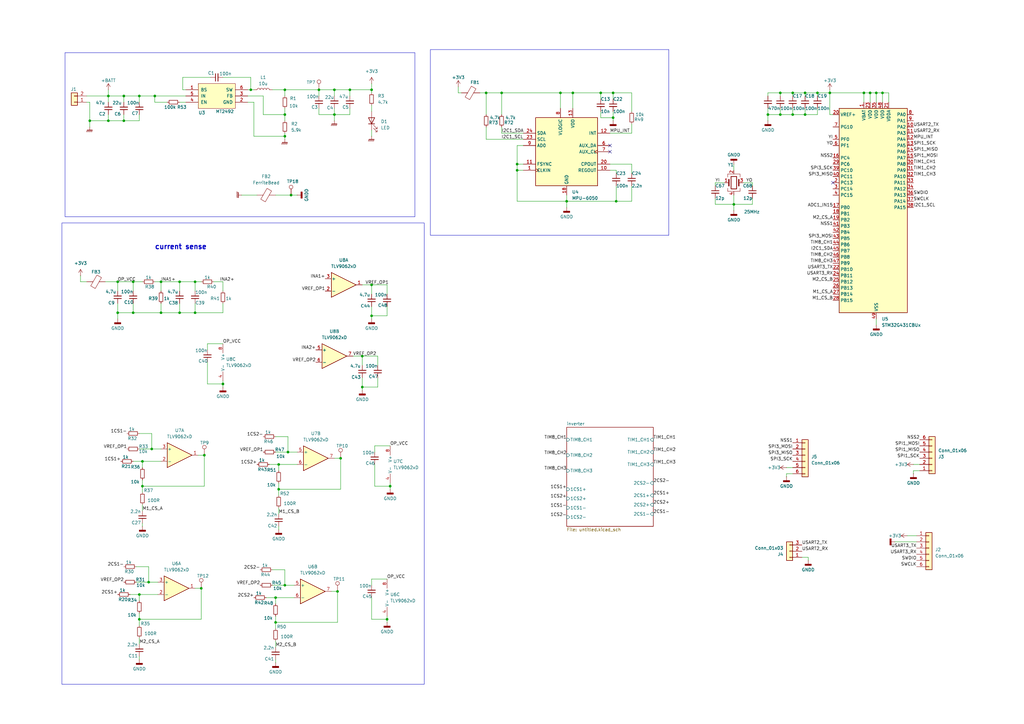
<source format=kicad_sch>
(kicad_sch (version 20231120) (generator "eeschema") (generator_version "8.0")
  (paper "A3")
  (title_block (title "bldc_controller") (date "2023-12-04"))
  (junction (at 82.55 241.3))
  (junction (at 57.15 39.37))
  (junction (at 113.03 245.11))
  (junction (at 158.75 254))
  (junction (at 116.84 55.88))
  (junction (at 359.41 38.1))
  (junction (at 137.16 46.99))
  (junction (at 152.4 116.84))
  (junction (at 199.39 38.1))
  (junction (at 57.15 243.84))
  (junction (at 44.45 39.37))
  (junction (at 314.96 46.99))
  (junction (at 80.01 128.27))
  (junction (at 139.7 187.96))
  (junction (at 102.87 36.83))
  (junction (at 152.4 129.54))
  (junction (at 73.66 115.57))
  (junction (at 143.51 36.83))
  (junction (at 116.84 240.03))
  (junction (at 118.11 185.42))
  (junction (at 335.28 38.1))
  (junction (at 325.12 46.99))
  (junction (at 251.46 38.1))
  (junction (at 50.8 39.37))
  (junction (at 48.26 115.57))
  (junction (at 66.04 128.27))
  (junction (at 66.04 115.57))
  (junction (at 212.09 69.85))
  (junction (at 212.09 67.31))
  (junction (at 73.66 128.27))
  (junction (at 62.23 184.15))
  (junction (at 58.42 199.39))
  (junction (at 232.41 82.55))
  (junction (at 361.95 38.1))
  (junction (at 330.2 38.1))
  (junction (at 50.8 49.53))
  (junction (at 116.84 46.99))
  (junction (at 234.95 38.1))
  (junction (at 119.38 80.01))
  (junction (at 113.03 255.27))
  (junction (at 130.81 36.83))
  (junction (at 48.26 128.27))
  (junction (at 356.87 38.1))
  (junction (at 137.16 36.83))
  (junction (at 300.99 83.82))
  (junction (at 138.43 242.57))
  (junction (at 320.04 38.1))
  (junction (at 205.74 38.1))
  (junction (at 114.3 200.66))
  (junction (at 63.5 39.37))
  (junction (at 54.61 128.27))
  (junction (at 325.12 38.1))
  (junction (at 54.61 115.57))
  (junction (at 57.15 254))
  (junction (at 246.38 38.1))
  (junction (at 320.04 46.99))
  (junction (at 252.73 82.55))
  (junction (at 148.59 158.75))
  (junction (at 91.44 157.48))
  (junction (at 58.42 189.23))
  (junction (at 44.45 49.53))
  (junction (at 354.33 38.1))
  (junction (at 60.96 238.76))
  (junction (at 152.4 36.83))
  (junction (at 160.02 199.39))
  (junction (at 116.84 36.83))
  (junction (at 340.36 38.1))
  (junction (at 251.46 48.26))
  (junction (at 114.3 190.5))
  (junction (at 80.01 115.57))
  (junction (at 36.83 49.53))
  (junction (at 330.2 46.99))
  (junction (at 148.59 146.05))
  (junction (at 229.87 38.1))
  (junction (at 83.82 186.69))
  (no_connect (at 250.19 62.23))
  (no_connect (at 341.63 74.93))
  (no_connect (at 250.19 59.69))
  (wire (pts (xy 54.61 124.46) (xy 54.61 128.27)))
  (wire (pts (xy 137.16 44.45) (xy 137.16 46.99)))
  (wire (pts (xy 54.61 128.27) (xy 48.26 128.27)))
  (wire (pts (xy 148.59 154.94) (xy 148.59 158.75)))
  (wire (pts (xy 48.26 128.27) (xy 48.26 130.81)))
  (wire (pts (xy 300.99 83.82) (xy 300.99 80.01)))
  (wire (pts (xy 107.95 39.37) (xy 101.6 39.37)))
  (wire (pts (xy 91.44 31.75) (xy 102.87 31.75)))
  (wire (pts (xy 116.84 46.99) (xy 107.95 46.99)))
  (wire (pts (xy 83.82 186.69) (xy 81.28 186.69)))
  (wire (pts (xy 66.04 128.27) (xy 73.66 128.27)))
  (wire (pts (xy 73.66 124.46) (xy 73.66 128.27)))
  (wire (pts (xy 54.61 115.57) (xy 58.42 115.57)))
  (wire (pts (xy 63.5 115.57) (xy 66.04 115.57)))
  (wire (pts (xy 35.56 39.37) (xy 44.45 39.37)))
  (wire (pts (xy 325.12 38.1) (xy 325.12 39.37)))
  (wire (pts (xy 158.75 237.49) (xy 152.4 237.49)))
  (wire (pts (xy 144.78 146.05) (xy 148.59 146.05)))
  (wire (pts (xy 320.04 39.37) (xy 320.04 38.1)))
  (wire (pts (xy 111.76 240.03) (xy 116.84 240.03)))
  (wire (pts (xy 154.94 154.94) (xy 154.94 158.75)))
  (wire (pts (xy 314.96 46.99) (xy 314.96 49.53)))
  (wire (pts (xy 372.11 219.71) (xy 375.92 219.71)))
  (wire (pts (xy 48.26 124.46) (xy 48.26 128.27)))
  (wire (pts (xy 111.76 233.68) (xy 116.84 233.68)))
  (wire (pts (xy 356.87 38.1) (xy 356.87 41.91)))
  (wire (pts (xy 148.59 116.84) (xy 152.4 116.84)))
  (wire (pts (xy 116.84 55.88) (xy 116.84 57.15)))
  (wire (pts (xy 187.96 38.1) (xy 189.23 38.1)))
  (wire (pts (xy 374.65 193.04) (xy 374.65 194.31)))
  (wire (pts (xy 57.15 39.37) (xy 63.5 39.37)))
  (wire (pts (xy 114.3 200.66) (xy 114.3 203.2)))
  (wire (pts (xy 214.63 69.85) (xy 212.09 69.85)))
  (wire (pts (xy 152.4 34.29) (xy 152.4 36.83)))
  (wire (pts (xy 158.75 254) (xy 158.75 255.27)))
  (wire (pts (xy 104.14 41.91) (xy 101.6 41.91)))
  (wire (pts (xy 152.4 53.34) (xy 152.4 55.88)))
  (wire (pts (xy 359.41 38.1) (xy 361.95 38.1)))
  (wire (pts (xy 114.3 200.66) (xy 139.7 200.66)))
  (wire (pts (xy 91.44 115.57) (xy 91.44 119.38)))
  (wire (pts (xy 58.42 199.39) (xy 83.82 199.39)))
  (wire (pts (xy 205.74 38.1) (xy 229.87 38.1)))
  (wire (pts (xy 196.85 38.1) (xy 199.39 38.1)))
  (wire (pts (xy 259.08 50.8) (xy 259.08 54.61)))
  (wire (pts (xy 57.15 243.84) (xy 64.77 243.84)))
  (wire (pts (xy 36.83 49.53) (xy 36.83 41.91)))
  (wire (pts (xy 354.33 38.1) (xy 356.87 38.1)))
  (wire (pts (xy 232.41 80.01) (xy 232.41 82.55)))
  (wire (pts (xy 130.81 44.45) (xy 130.81 46.99)))
  (wire (pts (xy 113.03 245.11) (xy 120.65 245.11)))
  (wire (pts (xy 328.93 228.6) (xy 331.47 228.6)))
  (wire (pts (xy 314.96 38.1) (xy 320.04 38.1)))
  (wire (pts (xy 138.43 255.27) (xy 138.43 242.57)))
  (wire (pts (xy 74.93 31.75) (xy 86.36 31.75)))
  (wire (pts (xy 205.74 54.61) (xy 214.63 54.61)))
  (wire (pts (xy 330.2 46.99) (xy 335.28 46.99)))
  (wire (pts (xy 314.96 46.99) (xy 320.04 46.99)))
  (wire (pts (xy 118.11 185.42) (xy 121.92 185.42)))
  (wire (pts (xy 57.15 254) (xy 57.15 256.54)))
  (wire (pts (xy 335.28 44.45) (xy 335.28 46.99)))
  (wire (pts (xy 53.34 243.84) (xy 57.15 243.84)))
  (wire (pts (xy 73.66 41.91) (xy 76.2 41.91)))
  (wire (pts (xy 85.09 140.97) (xy 85.09 143.51)))
  (wire (pts (xy 113.03 262.89) (xy 113.03 265.43)))
  (wire (pts (xy 232.41 82.55) (xy 232.41 85.09)))
  (wire (pts (xy 293.37 74.93) (xy 293.37 76.2)))
  (wire (pts (xy 340.36 46.99) (xy 341.63 46.99)))
  (wire (pts (xy 158.75 125.73) (xy 158.75 129.54)))
  (wire (pts (xy 57.15 41.91) (xy 57.15 39.37)))
  (wire (pts (xy 44.45 41.91) (xy 44.45 39.37)))
  (wire (pts (xy 314.96 39.37) (xy 314.96 38.1)))
  (wire (pts (xy 33.02 115.57) (xy 35.56 115.57)))
  (wire (pts (xy 322.58 191.77) (xy 325.12 191.77)))
  (wire (pts (xy 320.04 44.45) (xy 320.04 46.99)))
  (wire (pts (xy 308.61 81.28) (xy 308.61 83.82)))
  (wire (pts (xy 154.94 146.05) (xy 154.94 149.86)))
  (wire (pts (xy 74.93 31.75) (xy 74.93 36.83)))
  (wire (pts (xy 250.19 69.85) (xy 252.73 69.85)))
  (wire (pts (xy 62.23 177.8) (xy 62.23 184.15)))
  (wire (pts (xy 152.4 129.54) (xy 158.75 129.54)))
  (wire (pts (xy 116.84 54.61) (xy 116.84 55.88)))
  (wire (pts (xy 322.58 194.31) (xy 325.12 194.31)))
  (wire (pts (xy 36.83 41.91) (xy 35.56 41.91)))
  (wire (pts (xy 137.16 36.83) (xy 143.51 36.83)))
  (wire (pts (xy 335.28 38.1) (xy 335.28 39.37)))
  (wire (pts (xy 199.39 38.1) (xy 205.74 38.1)))
  (wire (pts (xy 330.2 44.45) (xy 330.2 46.99)))
  (wire (pts (xy 367.03 222.25) (xy 375.92 222.25)))
  (wire (pts (xy 44.45 36.83) (xy 44.45 39.37)))
  (wire (pts (xy 99.06 80.01) (xy 105.41 80.01)))
  (wire (pts (xy 354.33 38.1) (xy 354.33 41.91)))
  (wire (pts (xy 252.73 76.2) (xy 252.73 82.55)))
  (wire (pts (xy 374.65 190.5) (xy 377.19 190.5)))
  (wire (pts (xy 361.95 38.1) (xy 364.49 38.1)))
  (wire (pts (xy 36.83 52.07) (xy 36.83 49.53)))
  (wire (pts (xy 113.03 80.01) (xy 119.38 80.01)))
  (wire (pts (xy 113.03 252.73) (xy 113.03 255.27)))
  (wire (pts (xy 57.15 177.8) (xy 62.23 177.8)))
  (wire (pts (xy 148.59 146.05) (xy 148.59 149.86)))
  (wire (pts (xy 300.99 69.85) (xy 300.99 67.31)))
  (wire (pts (xy 359.41 130.81) (xy 359.41 133.35)))
  (wire (pts (xy 114.3 190.5) (xy 121.92 190.5)))
  (wire (pts (xy 114.3 190.5) (xy 114.3 193.04)))
  (wire (pts (xy 234.95 38.1) (xy 246.38 38.1)))
  (wire (pts (xy 229.87 38.1) (xy 234.95 38.1)))
  (wire (pts (xy 331.47 228.6) (xy 331.47 229.87)))
  (wire (pts (xy 304.8 74.93) (xy 308.61 74.93)))
  (wire (pts (xy 114.3 198.12) (xy 114.3 200.66)))
  (wire (pts (xy 73.66 115.57) (xy 80.01 115.57)))
  (wire (pts (xy 252.73 69.85) (xy 252.73 71.12)))
  (wire (pts (xy 102.87 36.83) (xy 104.14 36.83)))
  (wire (pts (xy 107.95 46.99) (xy 107.95 39.37)))
  (wire (pts (xy 102.87 36.83) (xy 101.6 36.83)))
  (wire (pts (xy 250.19 67.31) (xy 259.08 67.31)))
  (wire (pts (xy 143.51 44.45) (xy 143.51 46.99)))
  (wire (pts (xy 138.43 242.57) (xy 135.89 242.57)))
  (wire (pts (xy 66.04 115.57) (xy 66.04 119.38)))
  (wire (pts (xy 91.44 140.97) (xy 85.09 140.97)))
  (wire (pts (xy 137.16 46.99) (xy 137.16 49.53)))
  (wire (pts (xy 139.7 187.96) (xy 137.16 187.96)))
  (wire (pts (xy 48.26 115.57) (xy 48.26 119.38)))
  (wire (pts (xy 63.5 39.37) (xy 76.2 39.37)))
  (wire (pts (xy 293.37 81.28) (xy 293.37 83.82)))
  (wire (pts (xy 130.81 36.83) (xy 137.16 36.83)))
  (wire (pts (xy 143.51 39.37) (xy 143.51 36.83)))
  (wire (pts (xy 259.08 67.31) (xy 259.08 71.12)))
  (wire (pts (xy 116.84 240.03) (xy 120.65 240.03)))
  (wire (pts (xy 340.36 38.1) (xy 354.33 38.1)))
  (wire (pts (xy 54.61 189.23) (xy 58.42 189.23)))
  (wire (pts (xy 153.67 199.39) (xy 160.02 199.39)))
  (wire (pts (xy 80.01 124.46) (xy 80.01 128.27)))
  (wire (pts (xy 199.39 57.15) (xy 199.39 52.07)))
  (wire (pts (xy 57.15 243.84) (xy 57.15 246.38)))
  (wire (pts (xy 54.61 115.57) (xy 54.61 119.38)))
  (wire (pts (xy 116.84 36.83) (xy 130.81 36.83)))
  (wire (pts (xy 50.8 39.37) (xy 57.15 39.37)))
  (wire (pts (xy 113.03 270.51) (xy 113.03 271.78)))
  (wire (pts (xy 113.03 255.27) (xy 113.03 257.81)))
  (wire (pts (xy 320.04 46.99) (xy 325.12 46.99)))
  (wire (pts (xy 229.87 38.1) (xy 229.87 44.45)))
  (wire (pts (xy 44.45 46.99) (xy 44.45 49.53)))
  (wire (pts (xy 322.58 194.31) (xy 322.58 195.58)))
  (wire (pts (xy 152.4 125.73) (xy 152.4 129.54)))
  (wire (pts (xy 293.37 83.82) (xy 300.99 83.82)))
  (wire (pts (xy 340.36 36.83) (xy 340.36 38.1)))
  (wire (pts (xy 116.84 44.45) (xy 116.84 46.99)))
  (wire (pts (xy 82.55 241.3) (xy 80.01 241.3)))
  (wire (pts (xy 111.76 36.83) (xy 116.84 36.83)))
  (wire (pts (xy 58.42 214.63) (xy 58.42 215.9)))
  (wire (pts (xy 68.58 41.91) (xy 63.5 41.91)))
  (wire (pts (xy 259.08 38.1) (xy 251.46 38.1)))
  (wire (pts (xy 160.02 199.39) (xy 160.02 198.12)))
  (wire (pts (xy 246.38 38.1) (xy 251.46 38.1)))
  (wire (pts (xy 91.44 157.48) (xy 91.44 158.75)))
  (wire (pts (xy 36.83 49.53) (xy 44.45 49.53)))
  (wire (pts (xy 160.02 199.39) (xy 160.02 200.66)))
  (wire (pts (xy 62.23 184.15) (xy 66.04 184.15)))
  (wire (pts (xy 116.84 233.68) (xy 116.84 240.03)))
  (wire (pts (xy 82.55 254) (xy 82.55 241.3)))
  (wire (pts (xy 246.38 38.1) (xy 246.38 40.64)))
  (wire (pts (xy 139.7 200.66) (xy 139.7 187.96)))
  (wire (pts (xy 152.4 237.49) (xy 152.4 240.03)))
  (wire (pts (xy 212.09 69.85) (xy 212.09 82.55)))
  (wire (pts (xy 91.44 156.21) (xy 91.44 157.48)))
  (wire (pts (xy 83.82 199.39) (xy 83.82 186.69)))
  (wire (pts (xy 50.8 49.53) (xy 57.15 49.53)))
  (wire (pts (xy 361.95 38.1) (xy 361.95 41.91)))
  (wire (pts (xy 359.41 38.1) (xy 359.41 41.91)))
  (wire (pts (xy 74.93 36.83) (xy 76.2 36.83)))
  (wire (pts (xy 212.09 82.55) (xy 232.41 82.55)))
  (wire (pts (xy 158.75 116.84) (xy 158.75 120.65)))
  (wire (pts (xy 148.59 158.75) (xy 154.94 158.75)))
  (wire (pts (xy 152.4 129.54) (xy 152.4 130.81)))
  (wire (pts (xy 87.63 115.57) (xy 91.44 115.57)))
  (wire (pts (xy 116.84 55.88) (xy 104.14 55.88)))
  (wire (pts (xy 50.8 46.99) (xy 50.8 49.53)))
  (wire (pts (xy 85.09 148.59) (xy 85.09 157.48)))
  (wire (pts (xy 130.81 39.37) (xy 130.81 36.83)))
  (wire (pts (xy 234.95 38.1) (xy 234.95 44.45)))
  (wire (pts (xy 137.16 36.83) (xy 137.16 39.37)))
  (wire (pts (xy 212.09 67.31) (xy 212.09 69.85)))
  (wire (pts (xy 308.61 74.93) (xy 308.61 76.2)))
  (wire (pts (xy 113.03 255.27) (xy 138.43 255.27)))
  (wire (pts (xy 44.45 49.53) (xy 50.8 49.53)))
  (wire (pts (xy 314.96 44.45) (xy 314.96 46.99)))
  (wire (pts (xy 114.3 208.28) (xy 114.3 210.82)))
  (wire (pts (xy 114.3 215.9) (xy 114.3 217.17)))
  (wire (pts (xy 330.2 38.1) (xy 330.2 39.37)))
  (wire (pts (xy 57.15 251.46) (xy 57.15 254)))
  (wire (pts (xy 153.67 190.5) (xy 153.67 199.39)))
  (wire (pts (xy 325.12 38.1) (xy 330.2 38.1)))
  (wire (pts (xy 152.4 116.84) (xy 158.75 116.84)))
  (wire (pts (xy 137.16 46.99) (xy 143.51 46.99)))
  (wire (pts (xy 80.01 115.57) (xy 80.01 119.38)))
  (wire (pts (xy 50.8 41.91) (xy 50.8 39.37)))
  (wire (pts (xy 58.42 199.39) (xy 58.42 201.93)))
  (wire (pts (xy 66.04 124.46) (xy 66.04 128.27)))
  (wire (pts (xy 251.46 38.1) (xy 251.46 40.64)))
  (wire (pts (xy 57.15 184.15) (xy 62.23 184.15)))
  (wire (pts (xy 58.42 189.23) (xy 58.42 191.77)))
  (wire (pts (xy 340.36 38.1) (xy 340.36 46.99)))
  (wire (pts (xy 113.03 179.07) (xy 118.11 179.07)))
  (wire (pts (xy 55.88 238.76) (xy 60.96 238.76)))
  (wire (pts (xy 160.02 182.88) (xy 153.67 182.88)))
  (wire (pts (xy 57.15 269.24) (xy 57.15 270.51)))
  (wire (pts (xy 259.08 45.72) (xy 259.08 38.1)))
  (wire (pts (xy 251.46 45.72) (xy 251.46 48.26)))
  (wire (pts (xy 199.39 38.1) (xy 199.39 46.99)))
  (wire (pts (xy 252.73 82.55) (xy 232.41 82.55)))
  (wire (pts (xy 259.08 82.55) (xy 252.73 82.55)))
  (wire (pts (xy 152.4 116.84) (xy 152.4 120.65)))
  (wire (pts (xy 214.63 57.15) (xy 199.39 57.15)))
  (wire (pts (xy 187.96 35.56) (xy 187.96 38.1)))
  (wire (pts (xy 80.01 115.57) (xy 82.55 115.57)))
  (wire (pts (xy 55.88 232.41) (xy 60.96 232.41)))
  (wire (pts (xy 63.5 41.91) (xy 63.5 39.37)))
  (wire (pts (xy 66.04 115.57) (xy 73.66 115.57)))
  (wire (pts (xy 119.38 80.01) (xy 121.92 80.01)))
  (wire (pts (xy 152.4 245.11) (xy 152.4 254)))
  (wire (pts (xy 66.04 128.27) (xy 54.61 128.27)))
  (wire (pts (xy 205.74 52.07) (xy 205.74 54.61)))
  (wire (pts (xy 148.59 146.05) (xy 154.94 146.05)))
  (wire (pts (xy 57.15 261.62) (xy 57.15 264.16)))
  (wire (pts (xy 325.12 44.45) (xy 325.12 46.99)))
  (wire (pts (xy 330.2 38.1) (xy 335.28 38.1)))
  (wire (pts (xy 109.22 245.11) (xy 113.03 245.11)))
  (wire (pts (xy 153.67 182.88) (xy 153.67 185.42)))
  (wire (pts (xy 246.38 48.26) (xy 251.46 48.26)))
  (wire (pts (xy 152.4 36.83) (xy 152.4 38.1)))
  (wire (pts (xy 212.09 59.69) (xy 212.09 67.31)))
  (wire (pts (xy 58.42 207.01) (xy 58.42 209.55)))
  (wire (pts (xy 118.11 179.07) (xy 118.11 185.42)))
  (wire (pts (xy 104.14 55.88) (xy 104.14 41.91)))
  (wire (pts (xy 300.99 83.82) (xy 308.61 83.82)))
  (wire (pts (xy 148.59 158.75) (xy 148.59 160.02)))
  (wire (pts (xy 205.74 46.99) (xy 205.74 38.1)))
  (wire (pts (xy 152.4 254) (xy 158.75 254)))
  (wire (pts (xy 57.15 46.99) (xy 57.15 49.53)))
  (wire (pts (xy 91.44 128.27) (xy 80.01 128.27)))
  (wire (pts (xy 80.01 128.27) (xy 73.66 128.27)))
  (wire (pts (xy 364.49 38.1) (xy 364.49 41.91)))
  (wire (pts (xy 113.03 185.42) (xy 118.11 185.42)))
  (wire (pts (xy 43.18 115.57) (xy 48.26 115.57)))
  (wire (pts (xy 116.84 39.37) (xy 116.84 36.83)))
  (wire (pts (xy 158.75 254) (xy 158.75 252.73)))
  (wire (pts (xy 214.63 59.69) (xy 212.09 59.69)))
  (wire (pts (xy 246.38 45.72) (xy 246.38 48.26)))
  (wire (pts (xy 102.87 31.75) (xy 102.87 36.83)))
  (wire (pts (xy 335.28 38.1) (xy 340.36 38.1)))
  (wire (pts (xy 44.45 39.37) (xy 50.8 39.37)))
  (wire (pts (xy 297.18 74.93) (xy 293.37 74.93)))
  (wire (pts (xy 33.02 113.03) (xy 33.02 115.57)))
  (wire (pts (xy 57.15 254) (xy 82.55 254)))
  (wire (pts (xy 300.99 83.82) (xy 300.99 86.36)))
  (wire (pts (xy 251.46 48.26) (xy 251.46 49.53)))
  (wire (pts (xy 58.42 189.23) (xy 66.04 189.23)))
  (wire (pts (xy 130.81 46.99) (xy 137.16 46.99)))
  (wire (pts (xy 214.63 67.31) (xy 212.09 67.31)))
  (wire (pts (xy 113.03 245.11) (xy 113.03 247.65)))
  (wire (pts (xy 60.96 238.76) (xy 64.77 238.76)))
  (wire (pts (xy 259.08 54.61) (xy 250.19 54.61)))
  (wire (pts (xy 60.96 232.41) (xy 60.96 238.76)))
  (wire (pts (xy 374.65 193.04) (xy 377.19 193.04)))
  (wire (pts (xy 152.4 43.18) (xy 152.4 45.72)))
  (wire (pts (xy 58.42 196.85) (xy 58.42 199.39)))
  (wire (pts (xy 116.84 46.99) (xy 116.84 49.53)))
  (wire (pts (xy 325.12 46.99) (xy 330.2 46.99)))
  (wire (pts (xy 143.51 36.83) (xy 152.4 36.83)))
  (wire (pts (xy 54.61 115.57) (xy 48.26 115.57)))
  (wire (pts (xy 320.04 38.1) (xy 325.12 38.1)))
  (wire (pts (xy 356.87 38.1) (xy 359.41 38.1)))
  (wire (pts (xy 110.49 190.5) (xy 114.3 190.5)))
  (wire (pts (xy 85.09 157.48) (xy 91.44 157.48)))
  (wire (pts (xy 73.66 115.57) (xy 73.66 119.38)))
  (wire (pts (xy 91.44 124.46) (xy 91.44 128.27)))
  (wire (pts (xy 259.08 76.2) (xy 259.08 82.55)))
  (rectangle (start 25.4 91.44) (end 173.99 280.67))
  (rectangle (start 26.67 21.59) (end 170.18 88.9))
  (rectangle (start 176.53 20.32) (end 274.32 96.52))
  (text "current sense" (at 74.168 101.346 0) (effects (font (size 2.032 2.032) (thickness 0.4064) (bold yes))))
  (label "MPU_INT" (at 250.19 54.61 0))
  (label "2CS2-" (at 106.68 233.68 180))
  (label "TIM8_CH2" (at 341.63 105.41 180))
  (label "1CS2-" (at 107.95 179.07 180))
  (label "2CS1-" (at 50.8 232.41 180))
  (label "NSS2" (at 341.63 64.77 180))
  (label "1CS1-" (at 52.07 177.8 180))
  (label "SPI3_SCK" (at 341.63 69.85 180))
  (label "VREF_OP1" (at 133.35 119.38 180))
  (label "1CS2-" (at 232.41 212.09 180))
  (label "ADC1_IN15" (at 341.63 85.09 180))
  (label "INA2+" (at 90.17 115.57 0))
  (label "M1_CS_A" (at 341.63 120.65 180))
  (label "VREF_OP2" (at 50.8 238.76 180))
  (label "1CS2+" (at 232.41 204.47 180))
  (label "USART3_TX" (at 341.63 110.49 180))
  (label "YI" (at 341.63 57.15 180))
  (label "SPI1_SCK" (at 377.19 187.96 180))
  (label "M1_CS_B" (at 341.63 123.19 180))
  (label "NSS2" (at 377.19 180.34 180))
  (label "1CS1-" (at 232.41 208.28 180))
  (label "SPI3_MISO" (at 341.63 72.39 180))
  (label "VREF_OP1" (at 107.95 185.42 180))
  (label "SWCLK" (at 375.92 232.41 180))
  (label "TIM8_CH2" (at 232.41 186.69 180))
  (label "SPI1_MOSI" (at 377.19 182.88 180))
  (label "2CS2+" (at 267.97 207.01 0))
  (label "USART3_TX" (at 375.92 224.79 180))
  (label "NSS1" (at 341.63 92.71 180))
  (label "1CS1+" (at 232.41 200.66 180))
  (label "OP_VCC" (at 48.26 115.57 0))
  (label "M2_CS_A" (at 341.63 90.17 180))
  (label "TIM1_CH1" (at 374.65 67.31 0))
  (label "2CS1+" (at 267.97 203.2 0))
  (label "OP_VCC" (at 160.02 182.88 0))
  (label "SWDIO" (at 374.65 80.01 0))
  (label "USART2_RX" (at 328.93 226.06 0))
  (label "SPI1_SCK" (at 374.65 59.69 0))
  (label "M1_CS_B" (at 114.3 210.82 0))
  (label "VREF_OP2" (at 106.68 240.03 180))
  (label "SPI3_MOSI" (at 325.12 184.15 180))
  (label "NSS1" (at 325.12 181.61 180))
  (label "SWCLK" (at 374.65 82.55 0))
  (label "TIM1_CH1" (at 267.97 180.34 0))
  (label "2CS2+" (at 104.14 245.11 180))
  (label "TIM1_CH3" (at 374.65 72.39 0))
  (label "MPU_INT" (at 374.65 57.15 0))
  (label "INA1+" (at 66.04 115.57 0))
  (label "SWDIO" (at 375.92 229.87 180))
  (label "I2C1_SDA" (at 341.63 102.87 180))
  (label "VREF_OP1" (at 149.86 116.84 0))
  (label "TIM1_CH2" (at 267.97 185.42 0))
  (label "SPI1_MISO" (at 377.19 185.42 180))
  (label "M2_CS_B" (at 113.03 265.43 0))
  (label "TIM1_CH2" (at 374.65 69.85 0))
  (label "USART2_TX" (at 328.93 223.52 0))
  (label "USART3_RX" (at 341.63 113.03 180))
  (label "TIM8_CH3" (at 232.41 193.04 180))
  (label "SPI3_MISO" (at 325.12 186.69 180))
  (label "2CS1-" (at 267.97 210.82 0))
  (label "OP_VCC" (at 158.75 237.49 0))
  (label "YO" (at 308.61 74.93 180))
  (label "YI" (at 293.37 74.93 0))
  (label "M1_CS_A" (at 58.42 209.55 0))
  (label "SPI1_MOSI" (at 374.65 64.77 0))
  (label "YO" (at 341.63 59.69 180))
  (label "SPI3_MOSI" (at 341.63 97.79 180))
  (label "USART2_TX" (at 374.65 52.07 0))
  (label "TIM8_CH3" (at 341.63 107.95 180))
  (label "TIM8_CH1" (at 341.63 100.33 180))
  (label "I2C1_SCL" (at 374.65 85.09 0))
  (label "M2_CS_B" (at 341.63 115.57 180))
  (label "SPI3_SCK" (at 325.12 189.23 180))
  (label "VREF_OP1" (at 52.07 184.15 180))
  (label "TIM8_CH1" (at 232.41 180.34 180))
  (label "M2_CS_A" (at 57.15 264.16 0))
  (label "INA2+" (at 129.54 143.51 180))
  (label "2CS2-" (at 267.97 198.12 0))
  (label "VREF_OP2" (at 129.54 148.59 180))
  (label "2CS1+" (at 48.26 243.84 180))
  (label "I2C1_SDA" (at 205.74 54.61 0))
  (label "INA1+" (at 133.35 114.3 180))
  (label "TIM1_CH3" (at 267.97 190.5 0))
  (label "SPI1_MISO" (at 374.65 62.23 0))
  (label "I2C1_SCL" (at 214.63 57.15 180))
  (label "OP_VCC" (at 91.44 140.97 0))
  (label "VREF_OP2" (at 144.78 146.05 0))
  (label "1CS2+" (at 105.41 190.5 180))
  (label "1CS1+" (at 49.53 189.23 180))
  (label "USART3_RX" (at 375.92 227.33 180))
  (label "USART2_RX" (at 374.65 54.61 0))
  (symbol (lib_id "Device:C_Small") (at 158.75 123.19 180) (unit 1)
    (property "Reference" "C48" (at 156.972 125.222 0))
    (property "Value" "100n" (at 156.21 120.904 0))
    (property "Footprint" "Capacitor_SMD:C_0603_1608Metric_Pad1.08x0.95mm_HandSolder" (effects (hide yes)))
    (property "Description" "Unpolarized capacitor, small symbol" (effects (hide yes)))
  )
  (symbol (lib_id "Device:FerriteBead") (at 109.22 80.01 90) (unit 1)
    (property "Reference" "FB2" (at 109.1692 72.39 90))
    (property "Value" "FerriteBead" (at 109.1692 74.93 90))
    (property "Footprint" "Capacitor_SMD:C_1206_3216Metric_Pad1.33x1.80mm_HandSolder" (effects (hide yes)))
    (property "Description" "Ferrite bead" (effects (hide yes)))
  )
  (symbol (lib_id "power:GNDPWR") (at 137.16 49.53 0) (unit 1)
    (property "Reference" "#PWR04" (effects (hide yes)))
    (property "Value" "GNDPWR" (effects (hide yes)))
    (property "Description" "Power symbol creates a global label with name \"GNDPWR\" , global ground" (effects (hide yes)))
  )
  (symbol (lib_id "Connector_Generic:Conn_01x02") (at 30.48 41.91 180) (unit 1)
    (property "Reference" "J1" (at 30.226 36.576 0))
    (property "Value" "Conn_01x02" (effects (hide yes)))
    (property "Footprint" "balancerDriver:CONN-TH_XT30UPB-M" (effects (hide yes)))
    (property "Description" "Generic connector, single row, 01x02, script generated (kicad-library-utils/schlib/autogen/connector/)" (effects (hide yes)))
  )
  (symbol (lib_id "power:GNDD") (at 113.03 271.78 0) (unit 1)
    (property "Reference" "#PWR035" (effects (hide yes)))
    (property "Value" "GNDD" (at 113.03 275.59 0))
    (property "Description" "Power symbol creates a global label with name \"GNDD\" , digital ground" (effects (hide yes)))
  )
  (symbol (lib_id "Device:R_Small") (at 52.07 189.23 270) (unit 1)
    (property "Reference" "R21" (at 49.784 191.262 90) (effects (justify left)))
    (property "Value" "1k" (at 50.292 187.452 90) (effects (justify left)))
    (property "Footprint" "Resistor_SMD:R_0603_1608Metric_Pad0.98x0.95mm_HandSolder" (effects (hide yes)))
    (property "Description" "Resistor, small symbol" (effects (hide yes)))
  )
  (symbol (lib_id "power:GNDD") (at 322.58 195.58 0) (unit 1)
    (property "Reference" "#PWR018" (effects (hide yes)))
    (property "Value" "GNDD" (at 322.58 199.39 0))
    (property "Description" "Power symbol creates a global label with name \"GNDD\" , digital ground" (effects (hide yes)))
  )
  (symbol (lib_id "Device:C_Small") (at 114.3 213.36 180) (unit 1)
    (property "Reference" "C42" (at 111.76 215.646 0))
    (property "Value" "2.2n" (at 111.506 211.074 0))
    (property "Footprint" "Capacitor_SMD:C_0603_1608Metric_Pad1.08x0.95mm_HandSolder" (effects (hide yes)))
    (property "Description" "Unpolarized capacitor, small symbol" (effects (hide yes)))
  )
  (symbol (lib_id "Device:R_Small") (at 205.74 49.53 0) (unit 1)
    (property "Reference" "R72" (at 206.756 50.292 0) (effects (justify left)))
    (property "Value" "4.7k" (at 207.264 48.26 0) (effects (justify left)))
    (property "Footprint" "Resistor_SMD:R_0603_1608Metric_Pad0.98x0.95mm_HandSolder" (effects (hide yes)))
    (property "Description" "Resistor, small symbol" (effects (hide yes)))
  )
  (symbol (lib_id "power:GNDD") (at 58.42 215.9 0) (unit 1)
    (property "Reference" "#PWR026" (effects (hide yes)))
    (property "Value" "GNDD" (at 58.42 219.71 0))
    (property "Description" "Power symbol creates a global label with name \"GNDD\" , digital ground" (effects (hide yes)))
  )
  (symbol (lib_id "Connector_Generic:Conn_01x06") (at 330.2 186.69 0) (unit 1)
    (property "Reference" "J5" (at 332.74 187.325 0) (effects (justify left)))
    (property "Value" "Conn_01x06" (at 332.74 189.865 0) (effects (justify left)))
    (property "Footprint" "balancerDriver:CONN-SMD_6P-P1.00_MEGASTAR_ZX-SH1.0-6PWT" (effects (hide yes)))
    (property "Description" "Generic connector, single row, 01x06, script generated (kicad-library-utils/schlib/autogen/connector/)" (effects (hide yes)))
  )
  (symbol (lib_id "Device:C_Small") (at 58.42 212.09 180) (unit 1)
    (property "Reference" "C27" (at 55.88 214.376 0))
    (property "Value" "2.2n" (at 55.626 209.804 0))
    (property "Footprint" "Capacitor_SMD:C_0603_1608Metric_Pad1.08x0.95mm_HandSolder" (effects (hide yes)))
    (property "Description" "Unpolarized capacitor, small symbol" (effects (hide yes)))
  )
  (symbol (lib_id "Device:R_Small") (at 109.22 233.68 270) (unit 1)
    (property "Reference" "R44" (at 106.934 235.712 90) (effects (justify left)))
    (property "Value" "1k" (at 107.442 231.902 90) (effects (justify left)))
    (property "Footprint" "Resistor_SMD:R_0603_1608Metric_Pad0.98x0.95mm_HandSolder" (effects (hide yes)))
    (property "Description" "Resistor, small symbol" (effects (hide yes)))
  )
  (symbol (lib_id "Device:C_Small") (at 154.94 152.4 180) (unit 1)
    (property "Reference" "C47" (at 153.162 154.432 0))
    (property "Value" "100n" (at 152.4 150.114 0))
    (property "Footprint" "Capacitor_SMD:C_0603_1608Metric_Pad1.08x0.95mm_HandSolder" (effects (hide yes)))
    (property "Description" "Unpolarized capacitor, small symbol" (effects (hide yes)))
  )
  (symbol (lib_id "power:GNDD") (at 232.41 85.09 0) (unit 1)
    (property "Reference" "#PWR09" (effects (hide yes)))
    (property "Value" "GNDD" (at 232.41 88.9 0))
    (property "Description" "Power symbol creates a global label with name \"GNDD\" , digital ground" (effects (hide yes)))
  )
  (symbol (lib_id "Device:C_Small") (at 48.26 121.92 180) (unit 1)
    (property "Reference" "C9" (at 45.72 124.206 0))
    (property "Value" "4.7u" (at 45.466 119.634 0))
    (property "Footprint" "Capacitor_SMD:C_0603_1608Metric_Pad1.08x0.95mm_HandSolder" (effects (hide yes)))
    (property "Description" "Unpolarized capacitor, small symbol" (effects (hide yes)))
  )
  (symbol (lib_id "power:GNDPWR") (at 116.84 57.15 0) (unit 1)
    (property "Reference" "#PWR03" (effects (hide yes)))
    (property "Value" "GNDPWR" (effects (hide yes)))
    (property "Description" "Power symbol creates a global label with name \"GNDPWR\" , global ground" (effects (hide yes)))
  )
  (symbol (lib_id "Device:C_Small") (at 137.16 41.91 180) (unit 1)
    (property "Reference" "C4" (at 135.382 44.196 0))
    (property "Value" "22u" (at 135.128 39.878 0))
    (property "Footprint" "Capacitor_SMD:C_0805_2012Metric_Pad1.18x1.45mm_HandSolder" (effects (hide yes)))
    (property "Description" "Unpolarized capacitor, small symbol" (effects (hide yes)))
  )
  (symbol (lib_id "Amplifier_Operational:TLV9062xD") (at 137.16 146.05 0) (unit 2)
    (property "Reference" "U8" (at 137.16 135.89 0))
    (property "Value" "TLV9062xD" (at 137.16 138.43 0))
    (property "Footprint" "Package_SO:SOIC-8_3.9x4.9mm_P1.27mm" (effects (hide yes)))
    (property "Datasheet" "https://www.ti.com/lit/ds/symlink/tlv9062.pdf" (effects (hide yes)))
    (property "Description" "Dual operational amplifier, 300 uV Offset, SOIC-8" (effects (hide yes)))
  )
  (symbol (lib_id "Amplifier_Operational:TLV9062xD") (at 129.54 187.96 0) (unit 2)
    (property "Reference" "U7" (at 129.54 177.8 0))
    (property "Value" "TLV9062xD" (at 129.54 180.34 0))
    (property "Footprint" "Package_SO:SOIC-8_3.9x4.9mm_P1.27mm" (effects (hide yes)))
    (property "Datasheet" "https://www.ti.com/lit/ds/symlink/tlv9062.pdf" (effects (hide yes)))
    (property "Description" "Dual operational amplifier, 300 uV Offset, SOIC-8" (effects (hide yes)))
  )
  (symbol (lib_id "Device:R_Small") (at 57.15 259.08 0) (unit 1)
    (property "Reference" "R35" (at 57.658 255.778 0) (effects (justify left)))
    (property "Value" "100R" (at 59.182 259.842 0) (effects (justify left)))
    (property "Footprint" "Resistor_SMD:R_0603_1608Metric_Pad0.98x0.95mm_HandSolder" (effects (hide yes)))
    (property "Description" "Resistor, small symbol" (effects (hide yes)))
  )
  (symbol (lib_id "Device:C_Small") (at 50.8 44.45 180) (unit 1)
    (property "Reference" "C6" (at 48.26 46.736 0))
    (property "Value" "22u" (at 48.006 42.164 0))
    (property "Footprint" "Capacitor_SMD:C_0805_2012Metric_Pad1.18x1.45mm_HandSolder" (effects (hide yes)))
    (property "Description" "Unpolarized capacitor, small symbol" (effects (hide yes)))
  )
  (symbol (lib_id "Connector:TestPoint") (at 139.7 187.96 0) (unit 1)
    (property "Reference" "TP10" (at 137.922 182.88 0) (effects (justify left)))
    (property "Value" "TestPoint" (effects (hide yes)))
    (property "Footprint" "TestPoint:TestPoint_Pad_D1.0mm" (effects (hide yes)))
    (property "Description" "test point" (effects (hide yes)))
  )
  (symbol (lib_id "Device:R_Small") (at 54.61 184.15 270) (unit 1)
    (property "Reference" "R33" (at 56.896 183.134 90) (effects (justify left)))
    (property "Value" "10k" (at 56.896 185.166 90) (effects (justify left)))
    (property "Footprint" "Resistor_SMD:R_0603_1608Metric_Pad0.98x0.95mm_HandSolder" (effects (hide yes)))
    (property "Description" "Resistor, small symbol" (effects (hide yes)))
  )
  (symbol (lib_id "Device:C_Small") (at 152.4 242.57 180) (unit 1)
    (property "Reference" "C45" (at 150.622 244.602 0))
    (property "Value" "100n" (at 149.86 240.284 0))
    (property "Footprint" "Capacitor_SMD:C_0603_1608Metric_Pad1.08x0.95mm_HandSolder" (effects (hide yes)))
    (property "Description" "Unpolarized capacitor, small symbol" (effects (hide yes)))
  )
  (symbol (lib_id "Device:C_Small") (at 320.04 41.91 0) (unit 1)
    (property "Reference" "C20" (effects (hide yes)))
    (property "Value" "100n" (at 320.04 44.45 0) (effects (justify left)))
    (property "Footprint" "Capacitor_SMD:C_0603_1608Metric_Pad1.08x0.95mm_HandSolder" (effects (hide yes)))
    (property "Description" "Unpolarized capacitor, small symbol" (effects (hide yes)))
  )
  (symbol (lib_id "power:GNDD") (at 300.99 86.36 0) (unit 1)
    (property "Reference" "#PWR043" (effects (hide yes)))
    (property "Value" "GNDD" (at 300.99 90.17 0))
    (property "Description" "Power symbol creates a global label with name \"GNDD\" , digital ground" (effects (hide yes)))
  )
  (symbol (lib_id "Connector:TestPoint") (at 83.82 186.69 0) (unit 1)
    (property "Reference" "TP9" (at 82.042 181.61 0) (effects (justify left)))
    (property "Value" "TestPoint" (effects (hide yes)))
    (property "Footprint" "TestPoint:TestPoint_Pad_D1.0mm" (effects (hide yes)))
    (property "Description" "test point" (effects (hide yes)))
  )
  (symbol (lib_id "power:GNDD") (at 251.46 49.53 0) (unit 1)
    (property "Reference" "#PWR011" (effects (hide yes)))
    (property "Value" "GNDD" (effects (hide yes)))
    (property "Description" "Power symbol creates a global label with name \"GNDD\" , digital ground" (effects (hide yes)))
  )
  (symbol (lib_id "Amplifier_Operational:TLV9062xD") (at 128.27 242.57 0) (unit 2)
    (property "Reference" "U6" (at 128.27 232.41 0))
    (property "Value" "TLV9062xD" (at 128.27 234.95 0))
    (property "Footprint" "Package_SO:SOIC-8_3.9x4.9mm_P1.27mm" (effects (hide yes)))
    (property "Datasheet" "https://www.ti.com/lit/ds/symlink/tlv9062.pdf" (effects (hide yes)))
    (property "Description" "Dual operational amplifier, 300 uV Offset, SOIC-8" (effects (hide yes)))
  )
  (symbol (lib_id "Sensor_Motion:MPU-6050") (at 232.41 62.23 0) (unit 1)
    (property "Reference" "U4" (at 234.6041 78.74 0) (effects (justify left)))
    (property "Value" "MPU-6050" (at 234.6041 81.28 0) (effects (justify left)))
    (property "Footprint" "Sensor_Motion:InvenSense_QFN-24_4x4mm_P0.5mm" (effects (hide yes)))
    (property "Datasheet" "https://invensense.tdk.com/wp-content/uploads/2015/02/MPU-6000-Datasheet1.pdf" (effects (hide yes)))
    (property "Description" "InvenSense 6-Axis Motion Sensor, Gyroscope, Accelerometer, I2C" (effects (hide yes)))
  )
  (symbol (lib_id "power:GNDD") (at 121.92 80.01 90) (unit 1)
    (property "Reference" "#PWR057" (effects (hide yes)))
    (property "Value" "GNDD" (at 125.73 80.01 0))
    (property "Description" "Power symbol creates a global label with name \"GNDD\" , digital ground" (effects (hide yes)))
  )
  (symbol (lib_id "power:GNDD") (at 91.44 158.75 0) (unit 1)
    (property "Reference" "#PWR034" (effects (hide yes)))
    (property "Value" "GNDD" (at 91.44 162.56 0))
    (property "Description" "Power symbol creates a global label with name \"GNDD\" , digital ground" (effects (hide yes)))
  )
  (symbol (lib_id "power:+5V") (at 152.4 34.29 0) (unit 1)
    (property "Reference" "#PWR05" (effects (hide yes)))
    (property "Value" "+3V3" (at 152.4 29.21 0))
    (property "Description" "Power symbol creates a global label with name \"+5V\"" (effects (hide yes)))
  )
  (symbol (lib_id "Device:R_Small") (at 259.08 48.26 0) (unit 1)
    (property "Reference" "R49" (at 260.096 49.022 0) (effects (justify left)))
    (property "Value" "10k" (at 260.604 46.99 0) (effects (justify left)))
    (property "Footprint" "Resistor_SMD:R_0603_1608Metric_Pad0.98x0.95mm_HandSolder" (effects (hide yes)))
    (property "Description" "Resistor, small symbol" (effects (hide yes)))
  )
  (symbol (lib_id "Connector_Generic:Conn_01x06") (at 382.27 187.96 0) (mirror x) (unit 1)
    (property "Reference" "J3" (at 384.81 187.325 0) (effects (justify left)))
    (property "Value" "Conn_01x06" (at 384.81 184.785 0) (effects (justify left)))
    (property "Footprint" "balancerDriver:CONN-SMD_6P-P1.00_MEGASTAR_ZX-SH1.0-6PWT" (effects (hide yes)))
    (property "Description" "Generic connector, single row, 01x06, script generated (kicad-library-utils/schlib/autogen/connector/)" (effects (hide yes)))
  )
  (symbol (lib_id "Device:C_Small") (at 308.61 78.74 0) (mirror y) (unit 1)
    (property "Reference" "C68" (at 308.61 76.2 0) (effects (justify left)))
    (property "Value" "12p" (at 308.61 81.28 0) (effects (justify left)))
    (property "Footprint" "Capacitor_SMD:C_0603_1608Metric_Pad1.08x0.95mm_HandSolder" (effects (hide yes)))
    (property "Description" "Unpolarized capacitor, small symbol" (effects (hide yes)))
  )
  (symbol (lib_id "Amplifier_Operational:TLV9062xD") (at 91.44 148.59 0) (unit 3)
    (property "Reference" "U8" (at 92.71 147.3199 0) (effects (justify left)))
    (property "Value" "TLV9062xD" (at 92.71 149.8599 0) (effects (justify left)))
    (property "Footprint" "Package_SO:SOIC-8_3.9x4.9mm_P1.27mm" (effects (hide yes)))
    (property "Datasheet" "https://www.ti.com/lit/ds/symlink/tlv9062.pdf" (effects (hide yes)))
    (property "Description" "Dual operational amplifier, 300 uV Offset, SOIC-8" (effects (hide yes)))
  )
  (symbol (lib_id "Amplifier_Operational:TLV9062xD") (at 72.39 241.3 0) (unit 1)
    (property "Reference" "U6" (at 72.39 231.14 0))
    (property "Value" "TLV9062xD" (at 72.39 233.68 0))
    (property "Footprint" "Package_SO:SOIC-8_3.9x4.9mm_P1.27mm" (effects (hide yes)))
    (property "Datasheet" "https://www.ti.com/lit/ds/symlink/tlv9062.pdf" (effects (hide yes)))
    (property "Description" "Dual operational amplifier, 300 uV Offset, SOIC-8" (effects (hide yes)))
  )
  (symbol (lib_id "Device:R_Small") (at 53.34 238.76 270) (unit 1)
    (property "Reference" "R31" (at 55.626 237.744 90) (effects (justify left)))
    (property "Value" "10k" (at 55.88 240.03 90) (effects (justify left)))
    (property "Footprint" "Resistor_SMD:R_0603_1608Metric_Pad0.98x0.95mm_HandSolder" (effects (hide yes)))
    (property "Description" "Resistor, small symbol" (effects (hide yes)))
  )
  (symbol (lib_id "Device:R_Small") (at 109.22 240.03 270) (unit 1)
    (property "Reference" "R45" (at 111.506 239.014 90) (effects (justify left)))
    (property "Value" "10k" (at 112.014 241.3 90) (effects (justify left)))
    (property "Footprint" "Resistor_SMD:R_0603_1608Metric_Pad0.98x0.95mm_HandSolder" (effects (hide yes)))
    (property "Description" "Resistor, small symbol" (effects (hide yes)))
  )
  (symbol (lib_id "power:+BATT") (at 44.45 36.83 0) (unit 1)
    (property "Reference" "#PWR069" (effects (hide yes)))
    (property "Value" "+BATT" (at 44.45 33.02 0))
    (property "Description" "Power symbol creates a global label with name \"+BATT\"" (effects (hide yes)))
  )
  (symbol (lib_id "Device:C_Small") (at 259.08 73.66 0) (unit 1)
    (property "Reference" "C24" (at 259.08 71.12 0) (effects (justify left)))
    (property "Value" "2.2n" (at 259.08 76.2 0) (effects (justify left)))
    (property "Footprint" "Capacitor_SMD:C_0603_1608Metric_Pad1.08x0.95mm_HandSolder" (effects (hide yes)))
    (property "Description" "Unpolarized capacitor, small symbol" (effects (hide yes)))
  )
  (symbol (lib_name "+3V3_1") (lib_id "power:+3V3") (at 33.02 113.03 0) (unit 1)
    (property "Reference" "#PWR023" (effects (hide yes)))
    (property "Value" "+3V3" (at 33.02 107.95 0))
    (property "Description" "Power symbol creates a global label with name \"+3V3\"" (effects (hide yes)))
  )
  (symbol (lib_id "Amplifier_Operational:TLV9062xD") (at 73.66 186.69 0) (unit 1)
    (property "Reference" "U7" (at 73.66 176.53 0))
    (property "Value" "TLV9062xD" (at 73.66 179.07 0))
    (property "Footprint" "Package_SO:SOIC-8_3.9x4.9mm_P1.27mm" (effects (hide yes)))
    (property "Datasheet" "https://www.ti.com/lit/ds/symlink/tlv9062.pdf" (effects (hide yes)))
    (property "Description" "Dual operational amplifier, 300 uV Offset, SOIC-8" (effects (hide yes)))
  )
  (symbol (lib_id "power:GNDD") (at 367.03 222.25 270) (unit 1)
    (property "Reference" "#PWR012" (effects (hide yes)))
    (property "Value" "GNDD" (effects (hide yes)))
    (property "Description" "Power symbol creates a global label with name \"GNDD\" , digital ground" (effects (hide yes)))
  )
  (symbol (lib_id "Device:Crystal_GND24") (at 300.99 74.93 0) (unit 1)
    (property "Reference" "Y1" (at 299.72 67.564 0))
    (property "Value" "25MHz" (at 308.356 86.868 0))
    (property "Footprint" "Crystal:Crystal_SMD_SeikoEpson_FA238-4Pin_3.2x2.5mm" (effects (hide yes)))
    (property "Description" "Four pin crystal, GND on pins 2 and 4" (effects (hide yes)))
  )
  (symbol (lib_id "Device:R_Small") (at 116.84 52.07 0) (unit 1)
    (property "Reference" "R2" (at 119.38 50.7999 0) (effects (justify left)))
    (property "Value" "5.9k" (at 119.38 53.3399 0) (effects (justify left)))
    (property "Footprint" "Resistor_SMD:R_0603_1608Metric_Pad0.98x0.95mm_HandSolder" (effects (hide yes)))
    (property "Description" "Resistor, small symbol" (effects (hide yes)))
  )
  (symbol (lib_id "Device:C_Small") (at 153.67 187.96 180) (unit 1)
    (property "Reference" "C46" (at 151.892 189.992 0))
    (property "Value" "100n" (at 151.13 185.674 0))
    (property "Footprint" "Capacitor_SMD:C_0603_1608Metric_Pad1.08x0.95mm_HandSolder" (effects (hide yes)))
    (property "Description" "Unpolarized capacitor, small symbol" (effects (hide yes)))
  )
  (symbol (lib_id "power:GNDD") (at 114.3 217.17 0) (unit 1)
    (property "Reference" "#PWR037" (effects (hide yes)))
    (property "Value" "GNDD" (at 114.3 220.98 0))
    (property "Description" "Power symbol creates a global label with name \"GNDD\" , digital ground" (effects (hide yes)))
  )
  (symbol (lib_id "power:GNDD") (at 331.47 229.87 0) (unit 1)
    (property "Reference" "#PWR016" (effects (hide yes)))
    (property "Value" "GNDD" (at 331.47 233.68 0))
    (property "Description" "Power symbol creates a global label with name \"GNDD\" , digital ground" (effects (hide yes)))
  )
  (symbol (lib_id "power:GNDD") (at 148.59 160.02 0) (mirror y) (unit 1)
    (property "Reference" "#PWR038" (effects (hide yes)))
    (property "Value" "GNDD" (at 148.59 163.83 0))
    (property "Description" "Power symbol creates a global label with name \"GNDD\" , digital ground" (effects (hide yes)))
  )
  (symbol (lib_id "Device:C_Small") (at 88.9 31.75 90) (unit 1)
    (property "Reference" "C1" (at 86.614 29.972 90))
    (property "Value" "100n" (at 92.456 30.226 90))
    (property "Footprint" "Capacitor_SMD:C_0603_1608Metric_Pad1.08x0.95mm_HandSolder" (effects (hide yes)))
    (property "Description" "Unpolarized capacitor, small symbol" (effects (hide yes)))
  )
  (symbol (lib_id "power:+3V3") (at 340.36 36.83 0) (unit 1)
    (property "Reference" "#PWR044" (effects (hide yes)))
    (property "Value" "+3V3" (at 340.36 33.02 0))
    (property "Description" "Power symbol creates a global label with name \"+3V3\"" (effects (hide yes)))
  )
  (symbol (lib_id "bldcDriver:MT2492") (at 88.9 39.37 0) (mirror y) (unit 1)
    (property "Reference" "U3" (at 82.804 46.228 0))
    (property "Value" "MT2492" (at 92.202 45.72 0))
    (property "Footprint" "balancerDriver:SOT-23-6_L2.9-W1.6-P0.95-LS2.8-BL" (effects (hide yes)))
    (property "Datasheet" "http://www.szlcsc.com/product/details_90538.html" (effects (hide yes)))
    (property "Description" "C89358" (effects (hide yes)))
    (property "uuid" "std:d7ebaea8004a445f8f8996b52c2274bf" (effects (hide yes)))
  )
  (symbol (lib_id "Connector:TestPoint") (at 82.55 241.3 0) (unit 1)
    (property "Reference" "TP12" (at 80.772 236.22 0) (effects (justify left)))
    (property "Value" "TestPoint" (effects (hide yes)))
    (property "Footprint" "TestPoint:TestPoint_Pad_D1.0mm" (effects (hide yes)))
    (property "Description" "test point" (effects (hide yes)))
  )
  (symbol (lib_id "power:GNDPWR") (at 99.06 80.01 270) (unit 1)
    (property "Reference" "#PWR056" (effects (hide yes)))
    (property "Value" "GNDPWR" (effects (hide yes)))
    (property "Description" "Power symbol creates a global label with name \"GNDPWR\" , global ground" (effects (hide yes)))
  )
  (symbol (lib_id "power:GNDD") (at 359.41 133.35 0) (unit 1)
    (property "Reference" "#PWR045" (effects (hide yes)))
    (property "Value" "GNDD" (at 359.41 137.16 0))
    (property "Description" "Power symbol creates a global label with name \"GNDD\" , digital ground" (effects (hide yes)))
  )
  (symbol (lib_id "Device:R_Small") (at 57.15 248.92 0) (unit 1)
    (property "Reference" "R34" (at 52.324 246.126 0) (effects (justify left)))
    (property "Value" "10k" (at 52.324 252.222 0) (effects (justify left)))
    (property "Footprint" "Resistor_SMD:R_0603_1608Metric_Pad0.98x0.95mm_HandSolder" (effects (hide yes)))
    (property "Description" "Resistor, small symbol" (effects (hide yes)))
  )
  (symbol (lib_id "power:+3V3") (at 322.58 191.77 90) (unit 1)
    (property "Reference" "#PWR017" (effects (hide yes)))
    (property "Value" "+3V3" (at 317.5 191.77 90))
    (property "Description" "Power symbol creates a global label with name \"+3V3\"" (effects (hide yes)))
  )
  (symbol (lib_id "power:+3V3") (at 187.96 35.56 0) (unit 1)
    (property "Reference" "#PWR010" (effects (hide yes)))
    (property "Value" "+3V3" (at 187.96 31.75 0))
    (property "Description" "Power symbol creates a global label with name \"+3V3\"" (effects (hide yes)))
  )
  (symbol (lib_id "Device:C_Small") (at 251.46 43.18 0) (unit 1)
    (property "Reference" "C22" (at 251.46 40.64 0) (effects (justify left)))
    (property "Value" "100n" (at 251.46 45.72 0) (effects (justify left)))
    (property "Footprint" "Capacitor_SMD:C_0603_1608Metric_Pad1.08x0.95mm_HandSolder" (effects (hide yes)))
    (property "Description" "Unpolarized capacitor, small symbol" (effects (hide yes)))
  )
  (symbol (lib_id "Device:C_Small") (at 57.15 44.45 180) (unit 1)
    (property "Reference" "C7" (at 55.372 46.482 0))
    (property "Value" "100n" (at 54.61 42.164 0))
    (property "Footprint" "Capacitor_SMD:C_0603_1608Metric_Pad1.08x0.95mm_HandSolder" (effects (hide yes)))
    (property "Description" "Unpolarized capacitor, small symbol" (effects (hide yes)))
  )
  (symbol (lib_id "Device:R_Small") (at 113.03 250.19 0) (unit 1)
    (property "Reference" "R48" (at 108.204 247.396 0) (effects (justify left)))
    (property "Value" "10k" (at 108.204 253.492 0) (effects (justify left)))
    (property "Footprint" "Resistor_SMD:R_0603_1608Metric_Pad0.98x0.95mm_HandSolder" (effects (hide yes)))
    (property "Description" "Resistor, small symbol" (effects (hide yes)))
  )
  (symbol (lib_id "Device:C_Small") (at 113.03 267.97 180) (unit 1)
    (property "Reference" "C41" (at 110.49 270.256 0))
    (property "Value" "2.2n" (at 110.236 265.684 0))
    (property "Footprint" "Capacitor_SMD:C_0603_1608Metric_Pad1.08x0.95mm_HandSolder" (effects (hide yes)))
    (property "Description" "Unpolarized capacitor, small symbol" (effects (hide yes)))
  )
  (symbol (lib_id "Device:C_Small") (at 335.28 41.91 0) (unit 1)
    (property "Reference" "C19" (at 335.28 39.37 0) (effects (justify left)))
    (property "Value" "100n" (at 335.28 44.45 0) (effects (justify left)))
    (property "Footprint" "Capacitor_SMD:C_0603_1608Metric_Pad1.08x0.95mm_HandSolder" (effects (hide yes)))
    (property "Description" "Unpolarized capacitor, small symbol" (effects (hide yes)))
  )
  (symbol (lib_id "Connector:TestPoint") (at 119.38 80.01 0) (unit 1)
    (property "Reference" "TP18" (at 117.602 74.422 0) (effects (justify left)))
    (property "Value" "TestPoint" (effects (hide yes)))
    (property "Footprint" "TestPoint:TestPoint_Pad_D1.0mm" (effects (hide yes)))
    (property "Description" "test point" (effects (hide yes)))
  )
  (symbol (lib_id "power:GNDD") (at 158.75 255.27 0) (unit 1)
    (property "Reference" "#PWR040" (effects (hide yes)))
    (property "Value" "GNDD" (at 158.75 259.08 0))
    (property "Description" "Power symbol creates a global label with name \"GNDD\" , digital ground" (effects (hide yes)))
  )
  (symbol (lib_id "power:GNDPWR") (at 36.83 52.07 0) (unit 1)
    (property "Reference" "#PWR01" (effects (hide yes)))
    (property "Value" "GNDPWR" (effects (hide yes)))
    (property "Description" "Power symbol creates a global label with name \"GNDPWR\" , global ground" (effects (hide yes)))
  )
  (symbol (lib_id "Amplifier_Operational:TLV9062xD") (at 140.97 116.84 0) (unit 1)
    (property "Reference" "U8" (at 140.97 106.68 0))
    (property "Value" "TLV9062xD" (at 140.97 109.22 0))
    (property "Footprint" "Package_SO:SOIC-8_3.9x4.9mm_P1.27mm" (effects (hide yes)))
    (property "Datasheet" "https://www.ti.com/lit/ds/symlink/tlv9062.pdf" (effects (hide yes)))
    (property "Description" "Dual operational amplifier, 300 uV Offset, SOIC-8" (effects (hide yes)))
  )
  (symbol (lib_id "Connector_Generic:Conn_01x03") (at 323.85 226.06 180) (unit 1)
    (property "Reference" "J4" (at 321.31 227.3301 0) (effects (justify left)))
    (property "Value" "Conn_01x03" (at 321.31 224.7901 0) (effects (justify left)))
    (property "Footprint" "balancerDriver:CONN-SMD_3P-P1.00_WAFER-SH1.0-3PWB" (effects (hide yes)))
    (property "Description" "Generic connector, single row, 01x03, script generated (kicad-library-utils/schlib/autogen/connector/)" (effects (hide yes)))
  )
  (symbol (lib_id "Device:C_Small") (at 44.45 44.45 180) (unit 1)
    (property "Reference" "C2" (at 41.91 46.736 0))
    (property "Value" "47u" (at 41.148 42.164 0))
    (property "Footprint" "Capacitor_SMD:C_1206_3216Metric_Pad1.33x1.80mm_HandSolder" (effects (hide yes)))
    (property "Description" "Unpolarized capacitor, small symbol" (effects (hide yes)))
  )
  (symbol (lib_id "Device:R_Small") (at 58.42 194.31 0) (unit 1)
    (property "Reference" "R36" (at 53.594 191.516 0) (effects (justify left)))
    (property "Value" "10k" (at 53.594 197.612 0) (effects (justify left)))
    (property "Footprint" "Resistor_SMD:R_0603_1608Metric_Pad0.98x0.95mm_HandSolder" (effects (hide yes)))
    (property "Description" "Resistor, small symbol" (effects (hide yes)))
  )
  (symbol (lib_id "Device:C_Small") (at 57.15 266.7 180) (unit 1)
    (property "Reference" "C11" (at 54.61 268.986 0))
    (property "Value" "2.2n" (at 54.356 264.414 0))
    (property "Footprint" "Capacitor_SMD:C_0603_1608Metric_Pad1.08x0.95mm_HandSolder" (effects (hide yes)))
    (property "Description" "Unpolarized capacitor, small symbol" (effects (hide yes)))
  )
  (symbol (lib_id "Device:L") (at 107.95 36.83 90) (unit 1)
    (property "Reference" "L1" (at 107.95 31.75 90))
    (property "Value" "10u" (at 107.95 34.29 90))
    (property "Footprint" "Inductor_SMD:L_Taiyo-Yuden_NR-40xx_HandSoldering" (effects (hide yes)))
    (property "Description" "Inductor" (effects (hide yes)))
  )
  (symbol (lib_id "Device:R_Small") (at 114.3 195.58 0) (unit 1)
    (property "Reference" "R51" (at 109.474 192.786 0) (effects (justify left)))
    (property "Value" "10k" (at 109.474 198.882 0) (effects (justify left)))
    (property "Footprint" "Resistor_SMD:R_0603_1608Metric_Pad0.98x0.95mm_HandSolder" (effects (hide yes)))
    (property "Description" "Resistor, small symbol" (effects (hide yes)))
  )
  (symbol (lib_id "Device:R_Small") (at 106.68 245.11 270) (unit 1)
    (property "Reference" "R42" (at 104.394 247.142 90) (effects (justify left)))
    (property "Value" "1k" (at 104.902 243.332 90) (effects (justify left)))
    (property "Footprint" "Resistor_SMD:R_0603_1608Metric_Pad0.98x0.95mm_HandSolder" (effects (hide yes)))
    (property "Description" "Resistor, small symbol" (effects (hide yes)))
  )
  (symbol (lib_id "power:GNDD") (at 152.4 130.81 0) (mirror y) (unit 1)
    (property "Reference" "#PWR039" (effects (hide yes)))
    (property "Value" "GNDD" (at 152.4 134.62 0))
    (property "Description" "Power symbol creates a global label with name \"GNDD\" , digital ground" (effects (hide yes)))
  )
  (symbol (lib_id "MCU_ST_STM32G4:STM32G431CBUx") (at 356.87 87.63 0) (unit 1)
    (property "Reference" "U5" (at 361.6041 130.81 0) (effects (justify left)))
    (property "Value" "STM32G431CBUx" (at 361.6041 133.35 0) (effects (justify left)))
    (property "Footprint" "Package_DFN_QFN:QFN-48-1EP_7x7mm_P0.5mm_EP5.6x5.6mm" (effects (hide yes)))
    (property "Datasheet" "https://www.st.com/resource/en/datasheet/stm32g431cb.pdf" (effects (hide yes)))
    (property "Description" "STMicroelectronics Arm Cortex-M4 MCU, 128KB flash, 32KB RAM, 170 MHz, 1.71-3.6V, 42 GPIO, UFQFPN48" (effects (hide yes)))
  )
  (symbol (lib_id "Device:R_Small") (at 110.49 179.07 270) (unit 1)
    (property "Reference" "R46" (at 108.204 181.102 90) (effects (justify left)))
    (property "Value" "1k" (at 108.712 177.292 90) (effects (justify left)))
    (property "Footprint" "Resistor_SMD:R_0603_1608Metric_Pad0.98x0.95mm_HandSolder" (effects (hide yes)))
    (property "Description" "Resistor, small symbol" (effects (hide yes)))
  )
  (symbol (lib_id "Connector:TestPoint") (at 130.81 36.83 0) (unit 1)
    (property "Reference" "TP7" (at 125.73 33.782 0) (effects (justify left)))
    (property "Value" "TestPoint" (effects (hide yes)))
    (property "Footprint" "TestPoint:TestPoint_Pad_D1.0mm" (effects (hide yes)))
    (property "Description" "test point" (effects (hide yes)))
  )
  (symbol (lib_id "Device:R_Small") (at 53.34 232.41 270) (unit 1)
    (property "Reference" "R30" (at 51.054 234.442 90) (effects (justify left)))
    (property "Value" "1k" (at 51.562 230.632 90) (effects (justify left)))
    (property "Footprint" "Resistor_SMD:R_0603_1608Metric_Pad0.98x0.95mm_HandSolder" (effects (hide yes)))
    (property "Description" "Resistor, small symbol" (effects (hide yes)))
  )
  (symbol (lib_id "Device:FerriteBead") (at 39.37 115.57 270) (unit 1)
    (property "Reference" "FB3" (at 39.37 111.506 90))
    (property "Value" "FerriteBead" (effects (hide yes)))
    (property "Footprint" "Capacitor_SMD:C_0603_1608Metric_Pad1.08x0.95mm_HandSolder" (effects (hide yes)))
    (property "Description" "Ferrite bead" (effects (hide yes)))
  )
  (symbol (lib_id "Device:R_Small") (at 116.84 41.91 0) (unit 1)
    (property "Reference" "R1" (at 118.872 40.386 0) (effects (justify left)))
    (property "Value" "10k" (at 118.618 43.434 0) (effects (justify left)))
    (property "Footprint" "Resistor_SMD:R_0603_1608Metric_Pad0.98x0.95mm_HandSolder" (effects (hide yes)))
    (property "Description" "Resistor, small symbol" (effects (hide yes)))
  )
  (symbol (lib_id "Device:C_Small") (at 80.01 121.92 180) (unit 1)
    (property "Reference" "C39" (at 82.042 124.206 0))
    (property "Value" "100n" (at 82.55 119.888 0))
    (property "Footprint" "Capacitor_SMD:C_0603_1608Metric_Pad1.08x0.95mm_HandSolder" (effects (hide yes)))
    (property "Description" "Unpolarized capacitor, small symbol" (effects (hide yes)))
  )
  (symbol (lib_id "Device:R_Small") (at 199.39 49.53 0) (unit 1)
    (property "Reference" "R73" (at 200.406 50.292 0) (effects (justify left)))
    (property "Value" "4.7k" (at 200.914 48.26 0) (effects (justify left)))
    (property "Footprint" "Resistor_SMD:R_0603_1608Metric_Pad0.98x0.95mm_HandSolder" (effects (hide yes)))
    (property "Description" "Resistor, small symbol" (effects (hide yes)))
  )
  (symbol (lib_id "power:GNDD") (at 160.02 200.66 0) (unit 1)
    (property "Reference" "#PWR041" (effects (hide yes)))
    (property "Value" "GNDD" (at 160.02 204.47 0))
    (property "Description" "Power symbol creates a global label with name \"GNDD\" , digital ground" (effects (hide yes)))
  )
  (symbol (lib_id "Device:R_Small") (at 114.3 205.74 0) (unit 1)
    (property "Reference" "R52" (at 114.808 202.438 0) (effects (justify left)))
    (property "Value" "100R" (at 116.332 206.502 0) (effects (justify left)))
    (property "Footprint" "Resistor_SMD:R_0603_1608Metric_Pad0.98x0.95mm_HandSolder" (effects (hide yes)))
    (property "Description" "Resistor, small symbol" (effects (hide yes)))
  )
  (symbol (lib_id "Device:R_Small") (at 152.4 40.64 0) (unit 1)
    (property "Reference" "R3" (at 154.94 39.3699 0) (effects (justify left)))
    (property "Value" "4.7k" (at 154.94 41.9099 0) (effects (justify left)))
    (property "Footprint" "Resistor_SMD:R_0603_1608Metric_Pad0.98x0.95mm_HandSolder" (effects (hide yes)))
    (property "Description" "Resistor, small symbol" (effects (hide yes)))
  )
  (symbol (lib_id "Device:LED") (at 152.4 49.53 90) (unit 1)
    (property "Reference" "D1" (at 156.21 49.8474 90) (effects (justify right)))
    (property "Value" "LED" (at 156.21 52.3874 90) (effects (justify right)))
    (property "Footprint" "LED_SMD:LED_0603_1608Metric_Pad1.05x0.95mm_HandSolder" (effects (hide yes)))
    (property "Description" "Light emitting diode" (effects (hide yes)))
  )
  (symbol (lib_id "power:GNDPWR") (at 152.4 55.88 0) (unit 1)
    (property "Reference" "#PWR02" (effects (hide yes)))
    (property "Value" "GNDPWR" (effects (hide yes)))
    (property "Description" "Power symbol creates a global label with name \"GNDPWR\" , global ground" (effects (hide yes)))
  )
  (symbol (lib_id "Device:R_Small") (at 54.61 177.8 270) (unit 1)
    (property "Reference" "R32" (at 52.324 179.832 90) (effects (justify left)))
    (property "Value" "1k" (at 52.832 176.022 90) (effects (justify left)))
    (property "Footprint" "Resistor_SMD:R_0603_1608Metric_Pad0.98x0.95mm_HandSolder" (effects (hide yes)))
    (property "Description" "Resistor, small symbol" (effects (hide yes)))
  )
  (symbol (lib_id "Device:R_Small") (at 50.8 243.84 270) (unit 1)
    (property "Reference" "R20" (at 48.514 245.872 90) (effects (justify left)))
    (property "Value" "1k" (at 49.022 242.062 90) (effects (justify left)))
    (property "Footprint" "Resistor_SMD:R_0603_1608Metric_Pad0.98x0.95mm_HandSolder" (effects (hide yes)))
    (property "Description" "Resistor, small symbol" (effects (hide yes)))
  )
  (symbol (lib_id "Connector:TestPoint") (at 138.43 242.57 0) (unit 1)
    (property "Reference" "TP11" (at 136.652 237.49 0) (effects (justify left)))
    (property "Value" "TestPoint" (effects (hide yes)))
    (property "Footprint" "TestPoint:TestPoint_Pad_D1.0mm" (effects (hide yes)))
    (property "Description" "test point" (effects (hide yes)))
  )
  (symbol (lib_id "Device:C_Small") (at 246.38 43.18 0) (unit 1)
    (property "Reference" "C13" (at 246.38 40.64 0) (effects (justify left)))
    (property "Value" "10n" (at 246.38 45.72 0) (effects (justify left)))
    (property "Footprint" "Capacitor_SMD:C_0603_1608Metric_Pad1.08x0.95mm_HandSolder" (effects (hide yes)))
    (property "Description" "Unpolarized capacitor, small symbol" (effects (hide yes)))
  )
  (symbol (lib_id "Device:R_Small") (at 110.49 185.42 270) (unit 1)
    (property "Reference" "R47" (at 112.776 184.404 90) (effects (justify left)))
    (property "Value" "10k" (at 113.284 187.198 90) (effects (justify left)))
    (property "Footprint" "Resistor_SMD:R_0603_1608Metric_Pad0.98x0.95mm_HandSolder" (effects (hide yes)))
    (property "Description" "Resistor, small symbol" (effects (hide yes)))
  )
  (symbol (lib_id "Amplifier_Operational:TLV9062xD") (at 158.75 245.11 0) (unit 3)
    (property "Reference" "U6" (at 160.02 243.8399 0) (effects (justify left)))
    (property "Value" "TLV9062xD" (at 160.02 246.3799 0) (effects (justify left)))
    (property "Footprint" "Package_SO:SOIC-8_3.9x4.9mm_P1.27mm" (effects (hide yes)))
    (property "Datasheet" "https://www.ti.com/lit/ds/symlink/tlv9062.pdf" (effects (hide yes)))
    (property "Description" "Dual operational amplifier, 300 uV Offset, SOIC-8" (effects (hide yes)))
  )
  (symbol (lib_id "Device:C_Small") (at 143.51 41.91 180) (unit 1)
    (property "Reference" "C5" (at 141.732 43.942 0))
    (property "Value" "47u" (at 140.97 39.624 0))
    (property "Footprint" "Capacitor_SMD:C_1206_3216Metric_Pad1.33x1.80mm_HandSolder" (effects (hide yes)))
    (property "Description" "Unpolarized capacitor, small symbol" (effects (hide yes)))
  )
  (symbol (lib_id "Device:C_Small") (at 152.4 123.19 180) (unit 1)
    (property "Reference" "C44" (at 149.86 125.476 0))
    (property "Value" "4.7u" (at 149.606 120.904 0))
    (property "Footprint" "Capacitor_SMD:C_0603_1608Metric_Pad1.08x0.95mm_HandSolder" (effects (hide yes)))
    (property "Description" "Unpolarized capacitor, small symbol" (effects (hide yes)))
  )
  (symbol (lib_id "Device:R_Small") (at 113.03 260.35 0) (unit 1)
    (property "Reference" "R50" (at 113.538 257.048 0) (effects (justify left)))
    (property "Value" "100R" (at 115.062 261.112 0) (effects (justify left)))
    (property "Footprint" "Resistor_SMD:R_0603_1608Metric_Pad0.98x0.95mm_HandSolder" (effects (hide yes)))
    (property "Description" "Resistor, small symbol" (effects (hide yes)))
  )
  (symbol (lib_id "Device:R_Small") (at 107.95 190.5 270) (unit 1)
    (property "Reference" "R43" (at 105.664 192.532 90) (effects (justify left)))
    (property "Value" "1k" (at 106.172 188.722 90) (effects (justify left)))
    (property "Footprint" "Resistor_SMD:R_0603_1608Metric_Pad0.98x0.95mm_HandSolder" (effects (hide yes)))
    (property "Description" "Resistor, small symbol" (effects (hide yes)))
  )
  (symbol (lib_id "Device:C_Small") (at 293.37 78.74 0) (unit 1)
    (property "Reference" "C67" (at 293.37 76.2 0) (effects (justify left)))
    (property "Value" "12p" (at 293.37 81.28 0) (effects (justify left)))
    (property "Footprint" "Capacitor_SMD:C_0603_1608Metric_Pad1.08x0.95mm_HandSolder" (effects (hide yes)))
    (property "Description" "Unpolarized capacitor, small symbol" (effects (hide yes)))
  )
  (symbol (lib_id "power:GNDD") (at 314.96 49.53 0) (unit 1)
    (property "Reference" "#PWR013" (effects (hide yes)))
    (property "Value" "GNDD" (at 314.96 53.34 0))
    (property "Description" "Power symbol creates a global label with name \"GNDD\" , digital ground" (effects (hide yes)))
  )
  (symbol (lib_id "Device:C_Small") (at 54.61 121.92 180) (unit 1)
    (property "Reference" "C10" (at 52.832 123.952 0))
    (property "Value" "100n" (at 52.07 119.634 0))
    (property "Footprint" "Capacitor_SMD:C_0603_1608Metric_Pad1.08x0.95mm_HandSolder" (effects (hide yes)))
    (property "Description" "Unpolarized capacitor, small symbol" (effects (hide yes)))
  )
  (symbol (lib_id "Device:C_Small") (at 130.81 41.91 180) (unit 1)
    (property "Reference" "C3" (at 129.032 43.942 0))
    (property "Value" "100n" (at 128.27 39.624 0))
    (property "Footprint" "Capacitor_SMD:C_0603_1608Metric_Pad1.08x0.95mm_HandSolder" (effects (hide yes)))
    (property "Description" "Unpolarized capacitor, small symbol" (effects (hide yes)))
  )
  (symbol (lib_id "Device:R_Small") (at 66.04 121.92 180) (unit 1)
    (property "Reference" "R39" (at 64.77 122.428 0) (effects (justify left)))
    (property "Value" "1k" (at 69.596 122.428 0) (effects (justify left)))
    (property "Footprint" "Resistor_SMD:R_0603_1608Metric_Pad0.98x0.95mm_HandSolder" (effects (hide yes)))
    (property "Description" "Resistor, small symbol" (effects (hide yes)))
  )
  (symbol (lib_id "power:GNDD") (at 57.15 270.51 0) (unit 1)
    (property "Reference" "#PWR025" (effects (hide yes)))
    (property "Value" "GNDD" (at 57.15 274.32 0))
    (property "Description" "Power symbol creates a global label with name \"GNDD\" , digital ground" (effects (hide yes)))
  )
  (symbol (lib_id "power:GNDD") (at 48.26 130.81 0) (unit 1)
    (property "Reference" "#PWR024" (effects (hide yes)))
    (property "Value" "GNDD" (at 48.26 134.62 0))
    (property "Description" "Power symbol creates a global label with name \"GNDD\" , digital ground" (effects (hide yes)))
  )
  (symbol (lib_id "Device:R_Small") (at 71.12 41.91 270) (unit 1)
    (property "Reference" "R53" (at 72.644 43.942 90) (effects (justify left)))
    (property "Value" "100k" (at 67.31 43.942 90) (effects (justify left)))
    (property "Footprint" "Resistor_SMD:R_0603_1608Metric_Pad0.98x0.95mm_HandSolder" (effects (hide yes)))
    (property "Description" "Resistor, small symbol" (effects (hide yes)))
  )
  (symbol (lib_id "Device:C_Small") (at 325.12 41.91 0) (unit 1)
    (property "Reference" "C17" (at 325.12 39.37 0) (effects (justify left)))
    (property "Value" "100n" (at 325.12 44.45 0) (effects (justify left)))
    (property "Footprint" "Capacitor_SMD:C_0603_1608Metric_Pad1.08x0.95mm_HandSolder" (effects (hide yes)))
    (property "Description" "Unpolarized capacitor, small symbol" (effects (hide yes)))
  )
  (symbol (lib_id "Device:C_Small") (at 148.59 152.4 180) (unit 1)
    (property "Reference" "C43" (at 146.05 154.686 0))
    (property "Value" "4.7u" (at 145.796 150.114 0))
    (property "Footprint" "Capacitor_SMD:C_0603_1608Metric_Pad1.08x0.95mm_HandSolder" (effects (hide yes)))
    (property "Description" "Unpolarized capacitor, small symbol" (effects (hide yes)))
  )
  (symbol (lib_id "Device:R_Small") (at 60.96 115.57 270) (unit 1)
    (property "Reference" "R38" (at 59.436 117.602 90) (effects (justify left)))
    (property "Value" "1k" (at 59.69 113.792 90) (effects (justify left)))
    (property "Footprint" "Resistor_SMD:R_0603_1608Metric_Pad0.98x0.95mm_HandSolder" (effects (hide yes)))
    (property "Description" "Resistor, small symbol" (effects (hide yes)))
  )
  (symbol (lib_id "power:GNDD") (at 300.99 67.31 180) (unit 1)
    (property "Reference" "#PWR048" (effects (hide yes)))
    (property "Value" "GNDD" (at 300.99 63.5 0))
    (property "Description" "Power symbol creates a global label with name \"GNDD\" , digital ground" (effects (hide yes)))
  )
  (symbol (lib_id "Device:R_Small") (at 91.44 121.92 180) (unit 1)
    (property "Reference" "R41" (at 90.17 122.428 0) (effects (justify left)))
    (property "Value" "1k" (at 94.996 122.428 0) (effects (justify left)))
    (property "Footprint" "Resistor_SMD:R_0603_1608Metric_Pad0.98x0.95mm_HandSolder" (effects (hide yes)))
    (property "Description" "Resistor, small symbol" (effects (hide yes)))
  )
  (symbol (lib_id "Device:FerriteBead") (at 193.04 38.1 90) (unit 1)
    (property "Reference" "FB1" (at 194.818 33.782 90))
    (property "Value" "FerriteBead" (effects (hide yes)))
    (property "Footprint" "Capacitor_SMD:C_0603_1608Metric_Pad1.08x0.95mm_HandSolder" (effects (hide yes)))
    (property "Description" "Ferrite bead" (effects (hide yes)))
  )
  (symbol (lib_id "power:+3V3") (at 374.65 190.5 90) (unit 1)
    (property "Reference" "#PWR050" (effects (hide yes)))
    (property "Value" "+3V3" (at 369.57 190.5 90))
    (property "Description" "Power symbol creates a global label with name \"+3V3\"" (effects (hide yes)))
  )
  (symbol (lib_id "Device:C_Small") (at 252.73 73.66 0) (unit 1)
    (property "Reference" "C23" (at 252.73 71.12 0) (effects (justify left)))
    (property "Value" "100n" (at 252.73 76.2 0) (effects (justify left)))
    (property "Footprint" "Capacitor_SMD:C_0603_1608Metric_Pad1.08x0.95mm_HandSolder" (effects (hide yes)))
    (property "Description" "Unpolarized capacitor, small symbol" (effects (hide yes)))
  )
  (symbol (lib_id "Device:C_Small") (at 73.66 121.92 180) (unit 1)
    (property "Reference" "C38" (at 71.12 124.206 0))
    (property "Value" "4.7u" (at 70.866 119.634 0))
    (property "Footprint" "Capacitor_SMD:C_0603_1608Metric_Pad1.08x0.95mm_HandSolder" (effects (hide yes)))
    (property "Description" "Unpolarized capacitor, small symbol" (effects (hide yes)))
  )
  (symbol (lib_id "Device:C_Small") (at 330.2 41.91 0) (unit 1)
    (property "Reference" "C18" (at 330.2 39.37 0) (effects (justify left)))
    (property "Value" "100n" (at 330.2 44.45 0) (effects (justify left)))
    (property "Footprint" "Capacitor_SMD:C_0603_1608Metric_Pad1.08x0.95mm_HandSolder" (effects (hide yes)))
    (property "Description" "Unpolarized capacitor, small symbol" (effects (hide yes)))
  )
  (symbol (lib_id "Connector_Generic:Conn_01x06") (at 381 224.79 0) (unit 1)
    (property "Reference" "J2" (at 383.54 225.425 0) (effects (justify left)))
    (property "Value" "Conn_01x06" (at 383.54 227.965 0) (effects (justify left)))
    (property "Footprint" "Connector_PinHeader_2.54mm:PinHeader_1x06_P2.54mm_Vertical" (effects (hide yes)))
    (property "Description" "Generic connector, single row, 01x06, script generated (kicad-library-utils/schlib/autogen/connector/)" (effects (hide yes)))
  )
  (symbol (lib_id "Device:R_Small") (at 58.42 204.47 0) (unit 1)
    (property "Reference" "R37" (at 58.928 201.168 0) (effects (justify left)))
    (property "Value" "100R" (at 60.452 205.232 0) (effects (justify left)))
    (property "Footprint" "Resistor_SMD:R_0603_1608Metric_Pad0.98x0.95mm_HandSolder" (effects (hide yes)))
    (property "Description" "Resistor, small symbol" (effects (hide yes)))
  )
  (symbol (lib_id "Device:C_Small") (at 314.96 41.91 0) (unit 1)
    (property "Reference" "C21" (effects (hide yes)))
    (property "Value" "470n" (at 314.96 44.45 0) (effects (justify left)))
    (property "Footprint" "Capacitor_SMD:C_0603_1608Metric_Pad1.08x0.95mm_HandSolder" (effects (hide yes)))
    (property "Description" "Unpolarized capacitor, small symbol" (effects (hide yes)))
  )
  (symbol (lib_id "power:+3V3") (at 372.11 219.71 90) (unit 1)
    (property "Reference" "#PWR036" (effects (hide yes)))
    (property "Value" "+3V3" (at 367.03 219.71 90))
    (property "Description" "Power symbol creates a global label with name \"+3V3\"" (effects (hide yes)))
  )
  (symbol (lib_id "power:GNDD") (at 374.65 194.31 0) (unit 1)
    (property "Reference" "#PWR051" (effects (hide yes)))
    (property "Value" "GNDD" (at 374.65 198.12 0))
    (property "Description" "Power symbol creates a global label with name \"GNDD\" , digital ground" (effects (hide yes)))
  )
  (symbol (lib_id "Device:R_Small") (at 85.09 115.57 270) (unit 1)
    (property "Reference" "R40" (at 84.836 117.602 90) (effects (justify left)))
    (property "Value" "1k" (at 83.82 113.792 90) (effects (justify left)))
    (property "Footprint" "Resistor_SMD:R_0603_1608Metric_Pad0.98x0.95mm_HandSolder" (effects (hide yes)))
    (property "Description" "Resistor, small symbol" (effects (hide yes)))
  )
  (symbol (lib_id "Device:C_Small") (at 85.09 146.05 180) (unit 1)
    (property "Reference" "C40" (at 83.312 148.082 0))
    (property "Value" "100n" (at 82.55 143.764 0))
    (property "Footprint" "Capacitor_SMD:C_0603_1608Metric_Pad1.08x0.95mm_HandSolder" (effects (hide yes)))
    (property "Description" "Unpolarized capacitor, small symbol" (effects (hide yes)))
  )
  (symbol (lib_id "Amplifier_Operational:TLV9062xD") (at 160.02 190.5 0) (unit 3)
    (property "Reference" "U7" (at 161.29 189.2299 0) (effects (justify left)))
    (property "Value" "TLV9062xD" (at 161.29 191.7699 0) (effects (justify left)))
    (property "Footprint" "Package_SO:SOIC-8_3.9x4.9mm_P1.27mm" (effects (hide yes)))
    (property "Datasheet" "https://www.ti.com/lit/ds/symlink/tlv9062.pdf" (effects (hide yes)))
    (property "Description" "Dual operational amplifier, 300 uV Offset, SOIC-8" (effects (hide yes)))
  )
  (sheet (at 232.41 175.26) (size 35.56 40.64) (stroke (width 0.1524))
    (property "Sheetname" "inverter" (at 232.41 174.5484 0) (effects (justify left bottom)))
    (property "Sheetfile" "untitled.kicad_sch" (at 232.41 216.4846 0) (effects (justify left top)))
    (pin "TIM8_CH2" input (at 232.41 186.69 180))
    (pin "TIM8_CH1" input (at 232.41 180.34 180))
    (pin "TIM8_CH3" input (at 232.41 193.04 180))
    (pin "TIM1_CH2" input (at 267.97 185.42 0))
    (pin "TIM1_CH1" input (at 267.97 180.34 0))
    (pin "TIM1_CH3" input (at 267.97 190.5 0))
    (pin "2CS1+" input (at 267.97 203.2 0))
    (pin "2CS1-" input (at 267.97 210.82 0))
    (pin "2CS2+" input (at 267.97 207.01 0))
    (pin "2CS2-" input (at 267.97 198.12 0))
    (pin "1CS1-" input (at 232.41 208.28 180))
    (pin "1CS1+" input (at 232.41 200.66 180))
    (pin "1CS2+" input (at 232.41 204.47 180))
    (pin "1CS2-" input (at 232.41 212.09 180))
  )
)
</source>
